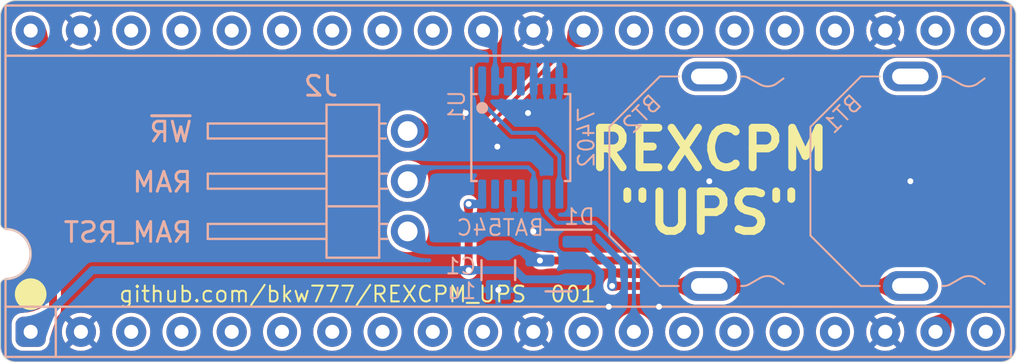
<source format=kicad_pcb>
(kicad_pcb (version 20221018) (generator pcbnew)
  (title_block (title "REXCPM UPS") (date "2023-09-01") (rev "001") (company "Brian K. White - b.kenyon.w@gmail.com") (comment 1 "github.com/bkw777/REXCPM_UPS"))
  (layers (0 "F.Cu" signal) (31 "B.Cu" signal) (34 "B.Paste" user) (35 "F.Paste" user) (36 "B.SilkS" user "B.Silkscreen") (37 "F.SilkS" user "F.Silkscreen") (38 "B.Mask" user) (39 "F.Mask" user) (44 "Edge.Cuts" user))
  (net 0 "")
  (net 1 "GND")
  (net 2 "VBUS")
  (net 8 "/A15")
  (net 13 "/IO{slash}~{M}")
  (net 17 "/~{WR}")
  (net 34 "/RAM")
  (net 35 "Net-(U1-Pad1)")
  (net 36 "/RAM_RST")
  (net 39 "/BATT+")
  (footprint "000_LOCAL:DIP-40_pins" (layer "B.Cu") (at 136.525 104.775)
    (fp_text reference "J1" hide)
    (fp_text value "Model_100_System_BUS")
    (fp_line (start -25.4 -8.89) (end 25.4 -8.89) (stroke (width 0.12)) (layer "B.SilkS"))
    (fp_line (start -25.4 -6.35) (end -25.4 -8.89) (stroke (width 0.12)) (layer "B.SilkS"))
    (fp_line (start -25.4 2.413) (end -25.4 -6.35) (stroke (width 0.12)) (layer "B.SilkS"))
    (fp_line (start -25.4 6.35) (end -25.4 4.953) (stroke (width 0.12)) (layer "B.SilkS"))
    (fp_line (start -25.4 6.35) (end 25.4 6.35) (stroke (width 0.12)) (layer "B.SilkS"))
    (fp_line (start -25.4 8.89) (end -25.4 6.35) (stroke (width 0.12)) (layer "B.SilkS"))
    (fp_line (start -22.86 8.89) (end -22.86 6.35) (stroke (width 0.12)) (layer "B.SilkS"))
    (fp_line (start 25.4 -8.89) (end 25.4 -6.35) (stroke (width 0.12)) (layer "B.SilkS"))
    (fp_line (start 25.4 -6.35) (end -25.4 -6.35) (stroke (width 0.12)) (layer "B.SilkS"))
    (fp_line (start 25.4 -6.35) (end 25.4 6.35) (stroke (width 0.12)) (layer "B.SilkS"))
    (fp_line (start 25.4 6.35) (end 25.4 8.89) (stroke (width 0.12)) (layer "B.SilkS"))
    (fp_line (start 25.4 8.89) (end -25.4 8.89) (stroke (width 0.12)) (layer "B.SilkS"))
    (fp_arc (start -25.4 2.413) (mid -24.13 3.683) (end -25.4 4.953) (stroke (width 0.12)) (layer "B.SilkS"))
    (pad "1" thru_hole roundrect (at -24.13 7.62 270) (size 1.524 1.524) (drill 0.7112) (layers "*.Cu" "*.Mask") (net 2 "VBUS"))
    (pad "2" thru_hole circle (at -21.59 7.62 270) (size 1.524 1.524) (drill 0.7112) (layers "*.Cu" "*.Mask") (net 1 "GND"))
    (pad "3" thru_hole circle (at -19.05 7.62 270) (size 1.524 1.524) (drill 0.7112) (layers "*.Cu" "*.Mask"))
    (pad "4" thru_hole circle (at -16.51 7.62 270) (size 1.524 1.524) (drill 0.7112) (layers "*.Cu" "*.Mask"))
    (pad "5" thru_hole circle (at -13.97 7.62 270) (size 1.524 1.524) (drill 0.7112) (layers "*.Cu" "*.Mask"))
    (pad "6" thru_hole circle (at -11.43 7.62 270) (size 1.524 1.524) (drill 0.7112) (layers "*.Cu" "*.Mask"))
    (pad "7" thru_hole circle (at -8.89 7.62 270) (size 1.524 1.524) (drill 0.7112) (layers "*.Cu" "*.Mask"))
    (pad "8" thru_hole circle (at -6.35 7.62 270) (size 1.524 1.524) (drill 0.7112) (layers "*.Cu" "*.Mask"))
    (pad "9" thru_hole circle (at -3.81 7.62 270) (size 1.524 1.524) (drill 0.7112) (layers "*.Cu" "*.Mask"))
    (pad "10" thru_hole circle (at -1.27 7.62 270) (size 1.524 1.524) (drill 0.7112) (layers "*.Cu" "*.Mask"))
    (pad "11" thru_hole circle (at 1.27 7.62 270) (size 1.524 1.524) (drill 0.7112) (layers "*.Cu" "*.Mask") (net 1 "GND"))
    (pad "12" thru_hole circle (at 3.81 7.62 270) (size 1.524 1.524) (drill 0.7112) (layers "*.Cu" "*.Mask"))
    (pad "13" thru_hole circle (at 6.35 7.62 270) (size 1.524 1.524) (drill 0.7112) (layers "*.Cu" "*.Mask") (net 13 "/IO{slash}~{M}"))
    (pad "14" thru_hole circle (at 8.89 7.62 270) (size 1.524 1.524) (drill 0.7112) (layers "*.Cu" "*.Mask"))
    (pad "15" thru_hole circle (at 11.43 7.62 270) (size 1.524 1.524) (drill 0.7112) (layers "*.Cu" "*.Mask"))
    (pad "16" thru_hole circle (at 13.97 7.62 270) (size 1.524 1.524) (drill 0.7112) (layers "*.Cu" "*.Mask"))
    (pad "17" thru_hole circle (at 16.51 7.62 270) (size 1.524 1.524) (drill 0.7112) (layers "*.Cu" "*.Mask"))
    (pad "18" thru_hole circle (at 19.05 7.62 270) (size 1.524 1.524) (drill 0.7112) (layers "*.Cu" "*.Mask") (net 1 "GND"))
    (pad "19" thru_hole circle (at 21.59 7.62 270) (size 1.524 1.524) (drill 0.7112) (layers "*.Cu" "*.Mask") (net 36 "/RAM_RST"))
    (pad "20" thru_hole circle (at 24.13 7.62 270) (size 1.524 1.524) (drill 0.7112) (layers "*.Cu" "*.Mask"))
    (pad "21" thru_hole circle (at 24.13 -7.62 270) (size 1.524 1.524) (drill 0.7112) (layers "*.Cu" "*.Mask"))
    (pad "22" thru_hole circle (at 21.59 -7.62 270) (size 1.524 1.524) (drill 0.7112) (layers "*.Cu" "*.Mask"))
    (pad "23" thru_hole circle (at 19.05 -7.62 270) (size 1.524 1.524) (drill 0.7112) (layers "*.Cu" "*.Mask") (net 1 "GND"))
    (pad "24" thru_hole circle (at 16.51 -7.62 270) (size 1.524 1.524) (drill 0.7112) (layers "*.Cu" "*.Mask"))
    (pad "25" thru_hole circle (at 13.97 -7.62 270) (size 1.524 1.524) (drill 0.7112) (layers "*.Cu" "*.Mask"))
    (pad "26" thru_hole circle (at 11.43 -7.62 270) (size 1.524 1.524) (drill 0.7112) (layers "*.Cu" "*.Mask"))
    (pad "27" thru_hole circle (at 8.89 -7.62 270) (size 1.524 1.524) (drill 0.7112) (layers "*.Cu" "*.Mask"))
    (pad "28" thru_hole circle (at 6.35 -7.62 270) (size 1.524 1.524) (drill 0.7112) (layers "*.Cu" "*.Mask"))
    (pad "29" thru_hole circle (at 3.81 -7.62 270) (size 1.524 1.524) (drill 0.7112) (layers "*.Cu" "*.Mask") (net 17 "/~{WR}"))
    (pad "30" thru_hole circle (at 1.27 -7.62 270) (size 1.524 1.524) (drill 0.7112) (layers "*.Cu" "*.Mask") (net 1 "GND"))
    (pad "31" thru_hole circle (at -1.27 -7.62 270) (size 1.524 1.524) (drill 0.7112) (layers "*.Cu" "*.Mask") (net 8 "/A15"))
    (pad "32" thru_hole circle (at -3.81 -7.62 270) (size 1.524 1.524) (drill 0.7112) (layers "*.Cu" "*.Mask"))
    (pad "33" thru_hole circle (at -6.35 -7.62 270) (size 1.524 1.524) (drill 0.7112) (layers "*.Cu" "*.Mask"))
    (pad "34" thru_hole circle (at -8.89 -7.62 270) (size 1.524 1.524) (drill 0.7112) (layers "*.Cu" "*.Mask"))
    (pad "35" thru_hole circle (at -11.43 -7.62 270) (size 1.524 1.524) (drill 0.7112) (layers "*.Cu" "*.Mask"))
    (pad "36" thru_hole circle (at -13.97 -7.62 270) (size 1.524 1.524) (drill 0.7112) (layers "*.Cu" "*.Mask"))
    (pad "37" thru_hole circle (at -16.51 -7.62 270) (size 1.524 1.524) (drill 0.7112) (layers "*.Cu" "*.Mask"))
    (pad "38" thru_hole circle (at -19.05 -7.62 270) (size 1.524 1.524) (drill 0.7112) (layers "*.Cu" "*.Mask"))
    (pad "39" thru_hole circle (at -21.59 -7.62 270) (size 1.524 1.524) (drill 0.7112) (layers "*.Cu" "*.Mask") (net 1 "GND"))
    (pad "40" thru_hole circle (at -24.13 -7.62 270) (size 1.524 1.524) (drill 0.7112) (layers "*.Cu" "*.Mask") (net 2 "VBUS"))
  )
  (footprint "Package_TO_SOT_SMD:SOT-23" (layer "B.Cu") (at 139.065 108.788 180)
    (fp_text reference "D1" (at -1.06 2.213 unlocked) (layer "B.SilkS") (effects (font (size 0.8 0.8) (thickness 0.1)) (justify mirror)))
    (fp_text value "BAT54C" (at 2.94 1.663 unlocked) (layer "B.SilkS") (effects (font (size 0.8 0.8) (thickness 0.1)) (justify mirror)))
    (fp_line (start 0 -1.56) (end -0.65 -1.56) (stroke (width 0.12)) (layer "B.SilkS"))
    (fp_line (start 0 -1.56) (end 0.65 -1.56) (stroke (width 0.12)) (layer "B.SilkS"))
    (fp_line (start 0 1.56) (end -1.675 1.56) (stroke (width 0.12)) (layer "B.SilkS"))
    (fp_line (start 0 1.56) (end 0.65 1.56) (stroke (width 0.12)) (layer "B.SilkS"))
    (pad "1" smd roundrect (at -0.9375 0.95 180) (size 1.475 0.6) (layers "B.Cu" "B.Paste" "B.Mask") (net 39 "/BATT+"))
    (pad "2" smd roundrect (at -0.9375 -0.95 180) (size 1.475 0.6) (layers "B.Cu" "B.Paste" "B.Mask") (net 2 "VBUS"))
    (pad "3" smd roundrect (at 0.9375 0 180) (size 1.475 0.6) (layers "B.Cu" "B.Paste" "B.Mask") (net 36 "/RAM_RST"))
  )
  (footprint "000_LOCAL:PinHeader_1x03_P2.54mm_Horizontal" (layer "B.Cu") (at 131.445 102.235 180)
    (fp_text reference "J2" (at 4.385 2.27) (layer "B.SilkS") (effects (justify mirror)))
    (fp_text value "Conn_01x03_Pin")
    (fp_line (start 1.042929 -5.46) (end 1.44 -5.46) (stroke (width 0.12)) (layer "B.SilkS"))
    (fp_line (start 1.042929 -4.7) (end 1.44 -4.7) (stroke (width 0.12)) (layer "B.SilkS"))
    (fp_line (start 1.042929 -2.92) (end 1.44 -2.92) (stroke (width 0.12)) (layer "B.SilkS"))
    (fp_line (start 1.042929 -2.16) (end 1.44 -2.16) (stroke (width 0.12)) (layer "B.SilkS"))
    (fp_line (start 1.11 -0.38) (end 1.44 -0.38) (stroke (width 0.12)) (layer "B.SilkS"))
    (fp_line (start 1.11 0.38) (end 1.44 0.38) (stroke (width 0.12)) (layer "B.SilkS"))
    (fp_line (start 1.44 -6.41) (end 4.1 -6.41) (stroke (width 0.12)) (layer "B.SilkS"))
    (fp_line (start 1.44 -3.81) (end 4.1 -3.81) (stroke (width 0.12)) (layer "B.SilkS"))
    (fp_line (start 1.44 -1.27) (end 4.1 -1.27) (stroke (width 0.12)) (layer "B.SilkS"))
    (fp_line (start 1.44 1.33) (end 1.44 -6.41) (stroke (width 0.12)) (layer "B.SilkS"))
    (fp_line (start 4.1 -6.41) (end 4.1 1.33) (stroke (width 0.12)) (layer "B.SilkS"))
    (fp_line (start 4.1 -4.7) (end 10.1 -4.7) (stroke (width 0.12)) (layer "B.SilkS"))
    (fp_line (start 4.1 -2.16) (end 10.1 -2.16) (stroke (width 0.12)) (layer "B.SilkS"))
    (fp_line (start 4.1 0.38) (end 10.1 0.38) (stroke (width 0.12)) (layer "B.SilkS"))
    (fp_line (start 4.1 1.33) (end 1.44 1.33) (stroke (width 0.12)) (layer "B.SilkS"))
    (fp_line (start 10.1 -5.46) (end 4.1 -5.46) (stroke (width 0.12)) (layer "B.SilkS"))
    (fp_line (start 10.1 -4.7) (end 10.1 -5.46) (stroke (width 0.12)) (layer "B.SilkS"))
    (fp_line (start 10.1 -2.92) (end 4.1 -2.92) (stroke (width 0.12)) (layer "B.SilkS"))
    (fp_line (start 10.1 -2.16) (end 10.1 -2.92) (stroke (width 0.12)) (layer "B.SilkS"))
    (fp_line (start 10.1 -0.38) (end 4.1 -0.38) (stroke (width 0.12)) (layer "B.SilkS"))
    (fp_line (start 10.1 0.38) (end 10.1 -0.38) (stroke (width 0.12)) (layer "B.SilkS"))
    (pad "1" thru_hole circle (at 0 0 180) (size 1.7 1.7) (drill 1) (layers "*.Cu" "*.Mask") (net 17 "/~{WR}"))
    (pad "2" thru_hole oval (at 0 -2.54 180) (size 1.7 1.7) (drill 1) (layers "*.Cu" "*.Mask") (net 34 "/RAM"))
    (pad "3" thru_hole oval (at 0 -5.08 180) (size 1.7 1.7) (drill 1) (layers "*.Cu" "*.Mask") (net 36 "/RAM_RST"))
  )
  (footprint "000_LOCAL:Keystone_3031" (layer "B.Cu") (at 146.685 104.775 -90)
    (fp_text reference "BT2" (at -3.4 3.41 45 unlocked) (layer "B.SilkS") (effects (font (size 0.8 0.8) (thickness 0.1)) (justify mirror)))
    (fp_text value "Keystone_3031")
    (fp_line (start -5.3 -1.695887) (end -5.3 -1.6) (stroke (width 0.1)) (layer "B.SilkS"))
    (fp_line (start -5.3 1.55) (end -5.3 2.5) (stroke (width 0.1)) (layer "B.SilkS"))
    (fp_line (start -5.3 2.5) (end -2.75 5.05) (stroke (width 0.1)) (layer "B.SilkS"))
    (fp_line (start -5.224755 -1.994788) (end -4.905239 -2.549272) (stroke (width 0.1)) (layer "B.SilkS"))
    (fp_line (start -4.906989 -3.350265) (end -5.2 -3.75) (stroke (width 0.1)) (layer "B.SilkS"))
    (fp_line (start 2.75 5.05) (end -2.75 5.05) (stroke (width 0.1)) (layer "B.SilkS"))
    (fp_line (start 4.906989 -3.352321) (end 5.2 -3.752056) (stroke (width 0.1)) (layer "B.SilkS"))
    (fp_line (start 5.224755 -1.996844) (end 4.905239 -2.551328) (stroke (width 0.1)) (layer "B.SilkS"))
    (fp_line (start 5.3 -1.697943) (end 5.3 -1.602056) (stroke (width 0.1)) (layer "B.SilkS"))
    (fp_line (start 5.3 1.55) (end 5.3 2.5) (stroke (width 0.1)) (layer "B.SilkS"))
    (fp_line (start 5.3 2.5) (end 2.75 5.05) (stroke (width 0.1)) (layer "B.SilkS"))
    (fp_arc (start -5.3 -1.695887) (mid -5.280899 -1.85) (end -5.224755 -1.994788) (stroke (width 0.1)) (layer "B.SilkS"))
    (fp_arc (start -4.906989 -3.350265) (mid -4.8 -2.95) (end -4.905239 -2.549272) (stroke (width 0.1)) (layer "B.SilkS"))
    (fp_arc (start 4.905239 -2.551328) (mid 4.8 -2.952056) (end 4.906989 -3.352321) (stroke (width 0.1)) (layer "B.SilkS"))
    (fp_arc (start 5.224755 -1.996844) (mid 5.2809 -1.852056) (end 5.3 -1.697943) (stroke (width 0.1)) (layer "B.SilkS"))
    (pad "1" thru_hole oval (at -5.3 0 270) (size 1.5 2.775) (drill oval 0.8 1.85) (layers "*.Cu" "*.Mask") (net 39 "/BATT+"))
    (pad "1" thru_hole oval (at 5.3 0 270) (size 1.5 2.775) (drill oval 0.8 1.85) (layers "*.Cu" "*.Mask") (net 39 "/BATT+"))
    (pad "2" smd circle (at 0 0 270) (size 8 8) (layers "B.Cu" "B.Mask") (net 1 "GND"))
  )
  (footprint "000_LOCAL:C_0805" (layer "B.Cu") (at 136.025 109.275 -90)
    (fp_text reference "C1" (at -0.2 1.9 unlocked) (layer "B.SilkS") (effects (font (size 0.8 0.8) (thickness 0.1)) (justify mirror)))
    (fp_text value "1u" (at 1.05 1.85 unlocked) (layer "B.SilkS") (effects (font (size 0.8 0.8) (thickness 0.1)) (justify mirror)))
    (fp_line (start -0.5 -0.85) (end 0.5 -0.85) (stroke (width 0.12)) (layer "B.SilkS"))
    (fp_line (start 0.5 0.85) (end -0.5 0.85) (stroke (width 0.12)) (layer "B.SilkS"))
    (pad "1" smd roundrect (at -1 0 270) (size 1 1.25) (layers "B.Cu" "B.Paste" "B.Mask") (roundrect_rratio 0.1) (net 36 "/RAM_RST"))
    (pad "2" smd roundrect (at 1 0 270) (size 1 1.25) (layers "B.Cu" "B.Paste" "B.Mask") (roundrect_rratio 0.1) (net 1 "GND"))
  )
  (footprint "000_LOCAL:TSSOP-14_4.4x5mm_P0.65mm" (layer "B.Cu") (at 137.16 102.565 -90)
    (fp_text reference "U1" (at -1.59 3.235 90) (layer "B.SilkS") (effects (font (size 0.8 0.8) (thickness 0.1)) (justify mirror)))
    (fp_text value "7402" (at 0 -3.315 90) (layer "B.SilkS") (effects (font (size 0.8 0.8) (thickness 0.1)) (justify mirror)))
    (fp_line (start -3.525 2.5) (end 2.2 2.5) (stroke (width 0.12)) (layer "B.SilkS"))
    (fp_line (start -2.2 -2.5) (end -2.2 -2.225) (stroke (width 0.12)) (layer "B.SilkS"))
    (fp_line (start -2.2 2.5) (end -2.2 2.225) (stroke (width 0.12)) (layer "B.SilkS"))
    (fp_line (start 2.2 -2.5) (end -2.2 -2.5) (stroke (width 0.12)) (layer "B.SilkS"))
    (fp_line (start 2.2 -2.5) (end 2.2 -2.225) (stroke (width 0.12)) (layer "B.SilkS"))
    (fp_line (start 2.2 2.5) (end 2.2 2.225) (stroke (width 0.12)) (layer "B.SilkS"))
    (fp_circle (center -1.5 1.95) (end -1.35 1.95) (stroke (width 0.3)) (fill none) (layer "B.SilkS"))
    (pad "1" smd roundrect (at -2.8625 1.95 270) (size 1.475 0.4) (layers "B.Cu" "B.Paste" "B.Mask") (net 35 "Net-(U1-Pad1)"))
    (pad "2" smd roundrect (at -2.8625 1.3 270) (size 1.475 0.4) (layers "B.Cu" "B.Paste" "B.Mask") (net 8 "/A15"))
    (pad "3" smd roundrect (at -2.8625 0.65 270) (size 1.475 0.4) (layers "B.Cu" "B.Paste" "B.Mask") (net 8 "/A15"))
    (pad "4" smd roundrect (at -2.8625 0 270) (size 1.475 0.4) (layers "B.Cu" "B.Paste" "B.Mask"))
    (pad "5" smd roundrect (at -2.8625 -0.65 270) (size 1.475 0.4) (layers "B.Cu" "B.Paste" "B.Mask") (net 1 "GND"))
    (pad "6" smd roundrect (at -2.8625 -1.3 270) (size 1.475 0.4) (layers "B.Cu" "B.Paste" "B.Mask") (net 1 "GND"))
    (pad "7" smd roundrect (at -2.8625 -1.95 270) (size 1.475 0.4) (layers "B.Cu" "B.Paste" "B.Mask") (net 1 "GND"))
    (pad "8" smd roundrect (at 2.8625 -1.95 270) (size 1.475 0.4) (layers "B.Cu" "B.Paste" "B.Mask") (net 35 "Net-(U1-Pad1)"))
    (pad "9" smd roundrect (at 2.8625 -1.3 270) (size 1.475 0.4) (layers "B.Cu" "B.Paste" "B.Mask") (net 13 "/IO{slash}~{M}"))
    (pad "10" smd roundrect (at 2.8625 -0.65 270) (size 1.475 0.4) (layers "B.Cu" "B.Paste" "B.Mask") (net 34 "/RAM"))
    (pad "11" smd roundrect (at 2.8625 0 270) (size 1.475 0.4) (layers "B.Cu" "B.Paste" "B.Mask") (net 1 "GND"))
    (pad "12" smd roundrect (at 2.8625 0.65 270) (size 1.475 0.4) (layers "B.Cu" "B.Paste" "B.Mask") (net 1 "GND"))
    (pad "13" smd roundrect (at 2.8625 1.3 270) (size 1.475 0.4) (layers "B.Cu" "B.Paste" "B.Mask"))
    (pad "14" smd roundrect (at 2.8625 1.95 270) (size 1.475 0.4) (layers "B.Cu" "B.Paste" "B.Mask") (net 2 "VBUS"))
  )
  (footprint "000_LOCAL:Keystone_3031" (layer "B.Cu") (at 156.845 104.775 -90)
    (fp_text reference "BT1" (at -3.4 3.42 45 unlocked) (layer "B.SilkS") (effects (font (size 0.8 0.8) (thickness 0.1)) (justify mirror)))
    (fp_text value "Keystone_3031")
    (fp_line (start -5.3 -1.695887) (end -5.3 -1.6) (stroke (width 0.1)) (layer "B.SilkS"))
    (fp_line (start -5.3 1.55) (end -5.3 2.5) (stroke (width 0.1)) (layer "B.SilkS"))
    (fp_line (start -5.3 2.5) (end -2.75 5.05) (stroke (width 0.1)) (layer "B.SilkS"))
    (fp_line (start -5.224755 -1.994788) (end -4.905239 -2.549272) (stroke (width 0.1)) (layer "B.SilkS"))
    (fp_line (start -4.906989 -3.350265) (end -5.2 -3.75) (stroke (width 0.1)) (layer "B.SilkS"))
    (fp_line (start 2.75 5.05) (end -2.75 5.05) (stroke (width 0.1)) (layer "B.SilkS"))
    (fp_line (start 4.906989 -3.352321) (end 5.2 -3.752056) (stroke (width 0.1)) (layer "B.SilkS"))
    (fp_line (start 5.224755 -1.996844) (end 4.905239 -2.551328) (stroke (width 0.1)) (layer "B.SilkS"))
    (fp_line (start 5.3 -1.697943) (end 5.3 -1.602056) (stroke (width 0.1)) (layer "B.SilkS"))
    (fp_line (start 5.3 1.55) (end 5.3 2.5) (stroke (width 0.1)) (layer "B.SilkS"))
    (fp_line (start 5.3 2.5) (end 2.75 5.05) (stroke (width 0.1)) (layer "B.SilkS"))
    (fp_arc (start -5.3 -1.695887) (mid -5.280899 -1.85) (end -5.224755 -1.994788) (stroke (width 0.1)) (layer "B.SilkS"))
    (fp_arc (start -4.906989 -3.350265) (mid -4.8 -2.95) (end -4.905239 -2.549272) (stroke (width 0.1)) (layer "B.SilkS"))
    (fp_arc (start 4.905239 -2.551328) (mid 4.8 -2.952056) (end 4.906989 -3.352321) (stroke (width 0.1)) (layer "B.SilkS"))
    (fp_arc (start 5.224755 -1.996844) (mid 5.2809 -1.852056) (end 5.3 -1.697943) (stroke (width 0.1)) (layer "B.SilkS"))
    (pad "1" thru_hole oval (at -5.3 0 270) (size 1.5 2.775) (drill oval 0.8 1.85) (layers "*.Cu" "*.Mask") (net 39 "/BATT+"))
    (pad "1" thru_hole oval (at 5.3 0 270) (size 1.5 2.775) (drill oval 0.8 1.85) (layers "*.Cu" "*.Mask") (net 39 "/BATT+"))
    (pad "2" smd circle (at 0 0 270) (size 8 8) (layers "B.Cu" "B.Mask") (net 1 "GND"))
  )
  (gr_circle (center 112.395 110.49) (end 111.995 110.49) (stroke (width 0.8)) (fill none) (layer "F.SilkS"))
  (gr_line (start 161.417 95.631) (end 111.633 95.631) (stroke (width 0.05)) (layer "Edge.Cuts"))
  (gr_line (start 110.871 113.157) (end 110.871 109.982) (stroke (width 0.05)) (layer "Edge.Cuts"))
  (gr_line (start 110.871 106.934) (end 110.871 96.393) (stroke (width 0.05)) (layer "Edge.Cuts"))
  (gr_arc (start 162.179 113.157) (mid 161.955815 113.695815) (end 161.417 113.919) (stroke (width 0.05)) (layer "Edge.Cuts"))
  (gr_arc (start 111.125 107.188) (mid 112.395 108.458) (end 111.125 109.728) (stroke (width 0.05)) (layer "Edge.Cuts"))
  (gr_arc (start 110.871 109.982) (mid 110.945395 109.802395) (end 111.125 109.728) (stroke (width 0.05)) (layer "Edge.Cuts"))
  (gr_arc (start 161.417 95.631) (mid 161.955815 95.854185) (end 162.179 96.393) (stroke (width 0.05)) (layer "Edge.Cuts"))
  (gr_arc (start 111.125 107.188) (mid 110.945395 107.113605) (end 110.871 106.934) (stroke (width 0.05)) (layer "Edge.Cuts"))
  (gr_arc (start 110.871 96.393) (mid 111.094185 95.854185) (end 111.633 95.631) (stroke (width 0.05)) (layer "Edge.Cuts"))
  (gr_line (start 162.179 113.157) (end 162.179 96.393) (stroke (width 0.05)) (layer "Edge.Cuts"))
  (gr_line (start 111.633 113.919) (end 161.417 113.919) (stroke (width 0.05)) (layer "Edge.Cuts"))
  (gr_arc (start 111.633 113.919) (mid 111.094185 113.695815) (end 110.871 113.157) (stroke (width 0.05)) (layer "Edge.Cuts"))
  (gr_text "~{WR}" (at 120.65 102.87) (layer "B.SilkS") (effects (font (size 1 1)) (justify left bottom mirror)))
  (gr_text "RAM_RST" (at 120.65 107.95) (layer "B.SilkS") (effects (font (size 1 1)) (justify left bottom mirror)))
  (gr_text "RAM" (at 120.65 105.41) (layer "B.SilkS") (effects (font (size 1 1)) (justify left bottom mirror)))
  (gr_text "REXCPM\n{dblquote}UPS{dblquote}" (at 146.685 104.775) (layer "F.SilkS") (effects (font (size 2 2) (thickness 0.4) bold)))
  (gr_text "${COMMENT1}  ${REVISION}" (at 128.905 110.49) (layer "F.SilkS") (effects (font (size 0.8 0.8) (thickness 0.1))))
  (via (at 144.145 111.125) (size 0.5) (drill 0.3) (layers "F.Cu" "B.Cu") (net 1))
  (via (at 134.375 101.325) (size 0.5) (drill 0.3) (layers "F.Cu" "B.Cu") (net 1))
  (via (at 137.795 107.315) (size 0.5) (drill 0.3) (layers "F.Cu" "B.Cu") (net 1))
  (via (at 136.025 110.275) (size 0.5) (drill 0.3) (layers "F.Cu" "B.Cu") (net 1))
  (via (at 156.845 104.775) (size 0.5) (drill 0.3) (layers "F.Cu" "B.Cu") (net 1))
  (via (at 141.605 111.125) (size 0.5) (drill 0.3) (layers "F.Cu" "B.Cu") (net 1))
  (via (at 146.685 104.775) (size 0.5) (drill 0.3) (layers "F.Cu" "B.Cu") (net 1))
  (via (at 135.975 103.025) (size 0.5) (drill 0.3) (layers "F.Cu" "B.Cu") (net 1))
  (via (at 137.525 101.325) (size 0.5) (drill 0.3) (layers "F.Cu" "B.Cu") (net 1))
  (segment (start 134.525 109.275) (end 134.525 105.925) (width 0.4) (layer "F.Cu") (net 2))
  (segment (start 112.395 112.395) (end 113.525 111.265) (width 0.4) (layer "F.Cu") (net 2))
  (segment (start 113.525 111.265) (end 113.525 98.285) (width 0.4) (layer "F.Cu") (net 2))
  (segment (start 113.525 98.285) (end 112.395 97.155) (width 0.4) (layer "F.Cu") (net 2))
  (via (at 134.525 105.925) (size 0.5) (drill 0.3) (layers "F.Cu" "B.Cu") (net 2))
  (via (at 134.525 109.275) (size 0.5) (drill 0.3) (layers "F.Cu" "B.Cu") (net 2))
  (segment (start 135.21 105.925) (end 135.21 105.4275) (width 0.4) (layer "B.Cu") (net 2))
  (segment (start 137.338 109.738) (end 140.0025 109.738) (width 0.4) (layer "B.Cu") (net 2))
  (segment (start 136.875 109.275) (end 137.338 109.738) (width 0.4) (layer "B.Cu") (net 2))
  (segment (start 115.515 109.275) (end 112.395 112.395) (width 0.4) (layer "B.Cu") (net 2))
  (segment (start 134.525 105.925) (end 135.21 105.925) (width 0.4) (layer "B.Cu") (net 2))
  (segment (start 134.525 109.275) (end 115.515 109.275) (width 0.4) (layer "B.Cu") (net 2))
  (segment (start 134.525 109.275) (end 136.875 109.275) (width 0.4) (layer "B.Cu") (net 2))
  (segment (start 135.86 99.7025) (end 135.86 97.76) (width 0.2) (layer "B.Cu") (net 8))
  (segment (start 135.86 99.7025) (end 136.51 99.7025) (width 0.2) (layer "B.Cu") (net 8))
  (segment (start 135.86 97.76) (end 135.255 97.155) (width 0.2) (layer "B.Cu") (net 8))
  (segment (start 142.875 108.825) (end 140.925 106.875) (width 0.2) (layer "B.Cu") (net 13))
  (segment (start 142.875 112.395) (end 142.875 108.825) (width 0.2) (layer "B.Cu") (net 13))
  (segment (start 138.975 106.875) (end 138.46 106.36) (width 0.2) (layer "B.Cu") (net 13))
  (segment (start 138.46 106.36) (end 138.46 105.4275) (width 0.2) (layer "B.Cu") (net 13))
  (segment (start 140.925 106.875) (end 138.975 106.875) (width 0.2) (layer "B.Cu") (net 13))
  (segment (start 135.255 102.235) (end 140.335 97.155) (width 0.2) (layer "F.Cu") (net 17))
  (segment (start 131.445 102.235) (end 135.255 102.235) (width 0.2) (layer "F.Cu") (net 17))
  (segment (start 137.81 104.36) (end 137.81 105.4275) (width 0.2) (layer "B.Cu") (net 34))
  (segment (start 137.525 104.075) (end 137.81 104.36) (width 0.2) (layer "B.Cu") (net 34))
  (segment (start 132.145 104.075) (end 137.525 104.075) (width 0.2) (layer "B.Cu") (net 34))
  (segment (start 131.445 104.775) (end 132.145 104.075) (width 0.2) (layer "B.Cu") (net 34))
  (segment (start 135.21 100.81) (end 136.725 102.325) (width 0.2) (layer "B.Cu") (net 35))
  (segment (start 137.925 102.325) (end 139.11 103.51) (width 0.2) (layer "B.Cu") (net 35))
  (segment (start 136.725 102.325) (end 137.925 102.325) (width 0.2) (layer "B.Cu") (net 35))
  (segment (start 139.11 103.51) (end 139.11 105.4275) (width 0.2) (layer "B.Cu") (net 35))
  (segment (start 135.21 99.7025) (end 135.21 100.81) (width 0.2) (layer "B.Cu") (net 35))
  (segment (start 159.075 109.375) (end 158.488 108.788) (width 0.4) (layer "F.Cu") (net 36))
  (segment (start 158.115 112.395) (end 158.115 112.185) (width 0.4) (layer "F.Cu") (net 36))
  (segment (start 158.115 112.185) (end 159.075 111.225) (width 0.4) (layer "F.Cu") (net 36))
  (segment (start 159.075 111.225) (end 159.075 109.375) (width 0.4) (layer "F.Cu") (net 36))
  (segment (start 158.488 108.788) (end 138.1275 108.788) (width 0.4) (layer "F.Cu") (net 36))
  (via (at 138.1275 108.788) (size 0.5) (drill 0.3) (layers "F.Cu" "B.Cu") (net 36))
  (segment (start 137.175 108.275) (end 136.025 108.275) (width 0.4) (layer "B.Cu") (net 36))
  (segment (start 138.1275 108.788) (end 137.688 108.788) (width 0.4) (layer "B.Cu") (net 36))
  (segment (start 137.688 108.788) (end 137.175 108.275) (width 0.4) (layer "B.Cu") (net 36))
  (segment (start 132.405 108.275) (end 131.445 107.315) (width 0.4) (layer "B.Cu") (net 36))
  (segment (start 132.405 108.275) (end 136.025 108.275) (width 0.4) (layer "B.Cu") (net 36))
  (segment (start 146.685 110.075) (end 141.775 110.075) (width 0.4) (layer "F.Cu") (net 39))
  (segment (start 146.685 110.075) (end 156.845 110.075) (width 0.4) (layer "F.Cu") (net 39))
  (via (at 141.775 110.075) (size 0.5) (drill 0.3) (layers "F.Cu" "B.Cu") (net 39))
  (segment (start 141.775 110.075) (end 141.775 109.175) (width 0.4) (layer "B.Cu") (net 39))
  (segment (start 140.438 107.838) (end 140.0025 107.838) (width 0.4) (layer "B.Cu") (net 39))
  (segment (start 141.775 109.175) (end 140.438 107.838) (width 0.4) (layer "B.Cu") (net 39))
  (zone (net 1) (net_name "GND") (layer "F.Cu") (connect_pads (clearance 0.2)) (min_thickness 0.2) (fill yes (thermal_gap 0.2) (thermal_bridge_width 0.3) (smoothing fillet) (radius 0.2))
    (polygon (pts (xy 110.871 113.919) (xy 162.179 113.919) (xy 162.179 95.631) (xy 110.871 95.631)))
  )
  (zone (net 1) (net_name "GND") (layer "B.Cu") (connect_pads (clearance 0.2)) (min_thickness 0.2) (fill yes (thermal_gap 0.2) (thermal_bridge_width 0.3) (smoothing fillet) (radius 0.2))
    (polygon (pts (xy 110.871 113.919) (xy 162.179 113.919) (xy 162.179 95.631) (xy 110.871 95.631)))
  )
)
</source>
